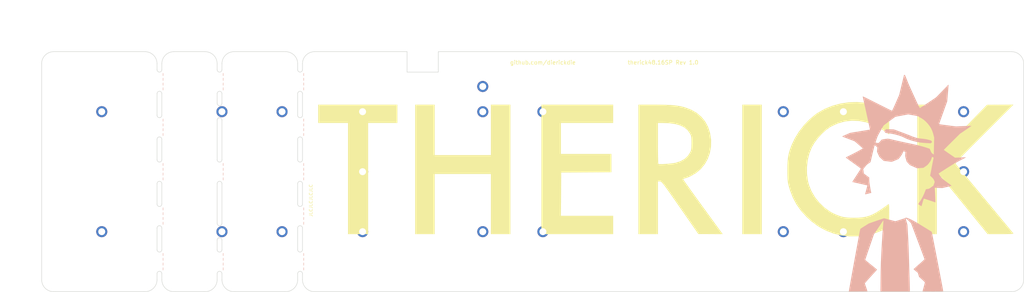
<source format=kicad_pcb>
(kicad_pcb (version 20171130) (host pcbnew "(5.1.2-1)-1")
  (layers (0 F.Cu signal) (31 B.Cu signal) (34 B.Paste user) (35 F.Paste user) (36 B.SilkS user) (37 F.SilkS user) (38 B.Mask user) (39 F.Mask user) (44 Edge.Cuts user))
  (net 0 "")
  (module random-keyboard-parts:Generic-Mounthole (layer F.Cu) (at 120.459683 59.659843)
    (fp_text reference H21)
    (fp_text value MountingHole)
    (pad 1 thru_hole circle (at 0 0) (size 3.5 3.5) (drill 2.2) (layers *.Cu *.Mask))
  )
  (module random-keyboard-parts:Generic-Mounthole (layer F.Cu) (at 120.459683 97.659743)
    (fp_text reference H20)
    (fp_text value MountingHole)
    (pad 1 thru_hole circle (at 0 0) (size 3.5 3.5) (drill 2.2) (layers *.Cu *.Mask))
  )
  (module Keeb_footprints:MX100_outline (layer F.Cu) (at 129.959991 69.16)
    (fp_text reference U56)
    (fp_text value HOLE)
  )
  (module acheron_Hardware:MouseBite_IPC7351 (layer F.Cu) (at 120.079684 78.659793 90)
    (fp_text reference U79)
    (fp_text value HOLE)
    (pad "" np_thru_hole circle (at -2.5 0 90) (size 0.8 0.8) (drill 0.8) (layers *.Cu *.Mask))
    (pad "" np_thru_hole circle (at -1.25 0 90) (size 0.8 0.8) (drill 0.8) (layers *.Cu *.Mask))
    (pad "" np_thru_hole circle (at 2.5 0 90) (size 0.8 0.8) (drill 0.8) (layers *.Cu *.Mask))
    (pad "" np_thru_hole circle (at 1.25 0 90) (size 0.8 0.8) (drill 0.8) (layers *.Cu *.Mask))
    (pad "" np_thru_hole circle (at 0 0 90) (size 0.8 0.8) (drill 0.8) (layers *.Cu *.Mask))
  )
  (module acheron_Hardware:MouseBite_IPC7351 (layer F.Cu) (at 101.079734 92.719756 90)
    (fp_text reference U78)
    (fp_text value HOLE)
    (pad "" np_thru_hole circle (at -2.5 0 90) (size 0.8 0.8) (drill 0.8) (layers *.Cu *.Mask))
    (pad "" np_thru_hole circle (at -1.25 0 90) (size 0.8 0.8) (drill 0.8) (layers *.Cu *.Mask))
    (pad "" np_thru_hole circle (at 2.5 0 90) (size 0.8 0.8) (drill 0.8) (layers *.Cu *.Mask))
    (pad "" np_thru_hole circle (at 1.25 0 90) (size 0.8 0.8) (drill 0.8) (layers *.Cu *.Mask))
    (pad "" np_thru_hole circle (at 0 0 90) (size 0.8 0.8) (drill 0.8) (layers *.Cu *.Mask))
  )
  (module acheron_Hardware:MouseBite_IPC7351 (layer F.Cu) (at 101.079734 107.159718 90)
    (fp_text reference U77)
    (fp_text value HOLE)
    (pad "" np_thru_hole circle (at -2.5 0 90) (size 0.8 0.8) (drill 0.8) (layers *.Cu *.Mask))
    (pad "" np_thru_hole circle (at -1.25 0 90) (size 0.8 0.8) (drill 0.8) (layers *.Cu *.Mask))
    (pad "" np_thru_hole circle (at 2.5 0 90) (size 0.8 0.8) (drill 0.8) (layers *.Cu *.Mask))
    (pad "" np_thru_hole circle (at 1.25 0 90) (size 0.8 0.8) (drill 0.8) (layers *.Cu *.Mask))
    (pad "" np_thru_hole circle (at 0 0 90) (size 0.8 0.8) (drill 0.8) (layers *.Cu *.Mask))
  )
  (module acheron_Hardware:MouseBite_IPC7351 (layer F.Cu) (at 101.079734 50.159868 90)
    (fp_text reference U76)
    (fp_text value HOLE)
    (pad "" np_thru_hole circle (at -2.5 0 90) (size 0.8 0.8) (drill 0.8) (layers *.Cu *.Mask))
    (pad "" np_thru_hole circle (at -1.25 0 90) (size 0.8 0.8) (drill 0.8) (layers *.Cu *.Mask))
    (pad "" np_thru_hole circle (at 2.5 0 90) (size 0.8 0.8) (drill 0.8) (layers *.Cu *.Mask))
    (pad "" np_thru_hole circle (at 1.25 0 90) (size 0.8 0.8) (drill 0.8) (layers *.Cu *.Mask))
    (pad "" np_thru_hole circle (at 0 0 90) (size 0.8 0.8) (drill 0.8) (layers *.Cu *.Mask))
  )
  (module acheron_Hardware:MouseBite_IPC7351 (layer F.Cu) (at 101.079734 78.659793 90)
    (fp_text reference U75)
    (fp_text value HOLE)
    (pad "" np_thru_hole circle (at -2.5 0 90) (size 0.8 0.8) (drill 0.8) (layers *.Cu *.Mask))
    (pad "" np_thru_hole circle (at -1.25 0 90) (size 0.8 0.8) (drill 0.8) (layers *.Cu *.Mask))
    (pad "" np_thru_hole circle (at 2.5 0 90) (size 0.8 0.8) (drill 0.8) (layers *.Cu *.Mask))
    (pad "" np_thru_hole circle (at 1.25 0 90) (size 0.8 0.8) (drill 0.8) (layers *.Cu *.Mask))
    (pad "" np_thru_hole circle (at 0 0 90) (size 0.8 0.8) (drill 0.8) (layers *.Cu *.Mask))
  )
  (module acheron_Hardware:MouseBite_IPC7351 (layer F.Cu) (at 120.079684 50.159868 90)
    (fp_text reference U74)
    (fp_text value HOLE)
    (pad "" np_thru_hole circle (at -2.5 0 90) (size 0.8 0.8) (drill 0.8) (layers *.Cu *.Mask))
    (pad "" np_thru_hole circle (at -1.25 0 90) (size 0.8 0.8) (drill 0.8) (layers *.Cu *.Mask))
    (pad "" np_thru_hole circle (at 2.5 0 90) (size 0.8 0.8) (drill 0.8) (layers *.Cu *.Mask))
    (pad "" np_thru_hole circle (at 1.25 0 90) (size 0.8 0.8) (drill 0.8) (layers *.Cu *.Mask))
    (pad "" np_thru_hole circle (at 0 0 90) (size 0.8 0.8) (drill 0.8) (layers *.Cu *.Mask))
  )
  (module acheron_Hardware:MouseBite_IPC7351 (layer F.Cu) (at 101.079734 64.59983 90)
    (fp_text reference U73)
    (fp_text value HOLE)
    (pad "" np_thru_hole circle (at -2.5 0 90) (size 0.8 0.8) (drill 0.8) (layers *.Cu *.Mask))
    (pad "" np_thru_hole circle (at -1.25 0 90) (size 0.8 0.8) (drill 0.8) (layers *.Cu *.Mask))
    (pad "" np_thru_hole circle (at 2.5 0 90) (size 0.8 0.8) (drill 0.8) (layers *.Cu *.Mask))
    (pad "" np_thru_hole circle (at 1.25 0 90) (size 0.8 0.8) (drill 0.8) (layers *.Cu *.Mask))
    (pad "" np_thru_hole circle (at 0 0 90) (size 0.8 0.8) (drill 0.8) (layers *.Cu *.Mask))
  )
  (module acheron_Hardware:MouseBite_IPC7351 (layer F.Cu) (at 120.079684 107.159718 90)
    (fp_text reference U72)
    (fp_text value HOLE)
    (pad "" np_thru_hole circle (at -2.5 0 90) (size 0.8 0.8) (drill 0.8) (layers *.Cu *.Mask))
    (pad "" np_thru_hole circle (at -1.25 0 90) (size 0.8 0.8) (drill 0.8) (layers *.Cu *.Mask))
    (pad "" np_thru_hole circle (at 2.5 0 90) (size 0.8 0.8) (drill 0.8) (layers *.Cu *.Mask))
    (pad "" np_thru_hole circle (at 1.25 0 90) (size 0.8 0.8) (drill 0.8) (layers *.Cu *.Mask))
    (pad "" np_thru_hole circle (at 0 0 90) (size 0.8 0.8) (drill 0.8) (layers *.Cu *.Mask))
  )
  (module Artwork:THERICK (layer F.Cu) (at 259.919316 78.659793)
    (fp_text reference U71 hide)
    (fp_text value HOLE hide)
  )
  (module Keeb_footprints:MX100_outline (layer F.Cu) (at 91.959991 69.16)
    (fp_text reference U54)
    (fp_text value HOLE)
  )
  (module Keeb_footprints:MX100_outline (layer F.Cu) (at 72.959991 69.16)
    (fp_text reference U53)
    (fp_text value HOLE)
  )
  (module Keeb_footprints:MX100_outline (layer F.Cu) (at 129.959991 50.16)
    (fp_text reference U52)
    (fp_text value HOLE)
  )
  (module Keeb_footprints:MX100_outline (layer F.Cu) (at 110.959991 50.16)
    (fp_text reference U51)
    (fp_text value HOLE)
  )
  (module Keeb_footprints:MX100_outline (layer F.Cu) (at 91.959991 50.16)
    (fp_text reference U50)
    (fp_text value HOLE)
  )
  (module Keeb_footprints:MX100_outline (layer F.Cu) (at 72.959991 50.16)
    (fp_text reference U49)
    (fp_text value HOLE)
  )
  (module Keeb_footprints:MX100_outline (layer F.Cu) (at 110.959991 107.16)
    (fp_text reference U63)
    (fp_text value HOLE)
  )
  (module Keeb_footprints:MX100_outline (layer F.Cu) (at 91.959991 107.16)
    (fp_text reference U62)
    (fp_text value HOLE)
  )
  (module Keeb_footprints:MX100_outline (layer F.Cu) (at 91.959991 88.16)
    (fp_text reference U58)
    (fp_text value HOLE)
  )
  (module Keeb_footprints:MX100_outline (layer F.Cu) (at 72.959991 88.16)
    (fp_text reference U57)
    (fp_text value HOLE)
  )
  (module Keeb_footprints:MX100_outline (layer F.Cu) (at 110.959991 69.16)
    (fp_text reference U55)
    (fp_text value HOLE)
  )
  (module Keeb_footprints:MX100_outline (layer F.Cu) (at 129.959991 107.16)
    (fp_text reference U64)
    (fp_text value HOLE)
  )
  (module random-keyboard-parts:Generic-Mounthole (layer F.Cu) (at 139.459633 59.659843)
    (fp_text reference H10)
    (fp_text value MountingHole)
    (pad 1 thru_hole circle (at 0 0) (size 3.5 3.5) (drill 2.2) (layers *.Cu *.Mask))
  )
  (module random-keyboard-parts:Generic-Mounthole (layer F.Cu) (at 139.459633 97.659743)
    (fp_text reference H9)
    (fp_text value MountingHole)
    (pad 1 thru_hole circle (at 0 0) (size 3.5 3.5) (drill 2.2) (layers *.Cu *.Mask))
  )
  (module random-keyboard-parts:Generic-Mounthole (layer F.Cu) (at 82.459991 97.66)
    (fp_text reference H8)
    (fp_text value MountingHole)
    (pad 1 thru_hole circle (at 0 0) (size 3.5 3.5) (drill 2.2) (layers *.Cu *.Mask))
  )
  (module random-keyboard-parts:Generic-Mounthole (layer F.Cu) (at 82.459991 59.66)
    (fp_text reference H7)
    (fp_text value MountingHole)
    (pad 1 thru_hole circle (at 0 0) (size 3.5 3.5) (drill 2.2) (layers *.Cu *.Mask))
  )
  (module Keeb_footprints:MX100_outline (layer F.Cu) (at 72.959991 107.16)
    (fp_text reference U61)
    (fp_text value HOLE)
  )
  (module Keeb_footprints:MX100_outline (layer F.Cu) (at 129.959991 88.16)
    (fp_text reference U60)
    (fp_text value HOLE)
  )
  (module Keeb_footprints:MX100_outline (layer F.Cu) (at 110.959991 88.16)
    (fp_text reference U59)
    (fp_text value HOLE)
  )
  (module random-keyboard-parts:Generic-Mounthole (layer F.Cu) (at 202.9073 51.68)
    (fp_text reference H19)
    (fp_text value MountingHole)
    (pad 1 thru_hole circle (at 0 0) (size 3.5 3.5) (drill 2.2) (layers *.Cu *.Mask))
  )
  (module random-keyboard-parts:Generic-Mounthole (layer F.Cu) (at 354.92 97.66)
    (fp_text reference H18)
    (fp_text value MountingHole)
    (pad 1 thru_hole circle (at 0 0) (size 3.5 3.5) (drill 2.2) (layers *.Cu *.Mask))
  )
  (module random-keyboard-parts:Generic-Mounthole (layer F.Cu) (at 354.92 59.66)
    (fp_text reference H17)
    (fp_text value MountingHole)
    (pad 1 thru_hole circle (at 0 0) (size 3.5 3.5) (drill 2.2) (layers *.Cu *.Mask))
  )
  (module random-keyboard-parts:Generic-Mounthole (layer F.Cu) (at 297.92 97.66)
    (fp_text reference H16)
    (fp_text value MountingHole)
    (pad 1 thru_hole circle (at 0 0) (size 3.5 3.5) (drill 2.2) (layers *.Cu *.Mask))
  )
  (module random-keyboard-parts:Generic-Mounthole (layer F.Cu) (at 297.92 59.66)
    (fp_text reference H15)
    (fp_text value MountingHole)
    (pad 1 thru_hole circle (at 0 0) (size 3.5 3.5) (drill 2.2) (layers *.Cu *.Mask))
  )
  (module random-keyboard-parts:Generic-Mounthole (layer F.Cu) (at 221.92 97.66)
    (fp_text reference H14)
    (fp_text value MountingHole)
    (pad 1 thru_hole circle (at 0 0) (size 3.5 3.5) (drill 2.2) (layers *.Cu *.Mask))
  )
  (module random-keyboard-parts:Generic-Mounthole (layer F.Cu) (at 221.92 59.66)
    (fp_text reference H13)
    (fp_text value MountingHole)
    (pad 1 thru_hole circle (at 0 0) (size 3.5 3.5) (drill 2.2) (layers *.Cu *.Mask))
  )
  (module random-keyboard-parts:Generic-Mounthole (layer F.Cu) (at 164.92 59.66)
    (fp_text reference H12)
    (fp_text value MountingHole)
    (pad 1 thru_hole circle (at 0 0) (size 3.5 3.5) (drill 2.2) (layers *.Cu *.Mask))
  )
  (module random-keyboard-parts:Generic-Mounthole (layer F.Cu) (at 164.92 97.66)
    (fp_text reference H11)
    (fp_text value MountingHole)
    (pad 1 thru_hole circle (at 0 0) (size 3.5 3.5) (drill 2.2) (layers *.Cu *.Mask))
  )
  (module Keeb_footprints:MX100_outline (layer F.Cu) (at 364.42 107.16)
    (fp_text reference U48)
    (fp_text value HOLE)
  )
  (module Keeb_footprints:MX100_outline (layer F.Cu) (at 345.42 107.16)
    (fp_text reference U47)
    (fp_text value HOLE)
  )
  (module Keeb_footprints:MX100_outline (layer F.Cu) (at 326.42 107.16)
    (fp_text reference U46)
    (fp_text value HOLE)
  )
  (module Keeb_footprints:MX100_outline (layer F.Cu) (at 307.42 107.16)
    (fp_text reference U45)
    (fp_text value HOLE)
  )
  (module Keeb_footprints:MX100_outline (layer F.Cu) (at 288.42 107.16)
    (fp_text reference U44)
    (fp_text value HOLE)
  )
  (module Keeb_footprints:MX100_outline (layer F.Cu) (at 269.42 107.16)
    (fp_text reference U43)
    (fp_text value HOLE)
  )
  (module Keeb_footprints:MX100_outline (layer F.Cu) (at 250.42 107.16)
    (fp_text reference U42)
    (fp_text value HOLE)
  )
  (module Keeb_footprints:MX100_outline (layer F.Cu) (at 231.42 107.16)
    (fp_text reference U41)
    (fp_text value HOLE)
  )
  (module Keeb_footprints:MX100_outline (layer F.Cu) (at 212.42 107.16)
    (fp_text reference U40)
    (fp_text value HOLE)
  )
  (module Keeb_footprints:MX100_outline (layer F.Cu) (at 193.42 107.16)
    (fp_text reference U39)
    (fp_text value HOLE)
  )
  (module Keeb_footprints:MX100_outline (layer F.Cu) (at 174.42 107.16)
    (fp_text reference U38)
    (fp_text value HOLE)
  )
  (module Keeb_footprints:MX100_outline (layer F.Cu) (at 155.42 107.16)
    (fp_text reference U37)
    (fp_text value HOLE)
  )
  (module Keeb_footprints:MX100_outline (layer F.Cu) (at 364.42 88.16)
    (fp_text reference U36)
    (fp_text value HOLE)
  )
  (module Keeb_footprints:MX100_outline (layer F.Cu) (at 345.42 88.16)
    (fp_text reference U35)
    (fp_text value HOLE)
  )
  (module Keeb_footprints:MX100_outline (layer F.Cu) (at 326.42 88.16)
    (fp_text reference U34)
    (fp_text value HOLE)
  )
  (module Keeb_footprints:MX100_outline (layer F.Cu) (at 307.42 88.16)
    (fp_text reference U33)
    (fp_text value HOLE)
  )
  (module Keeb_footprints:MX100_outline (layer F.Cu) (at 288.42 88.16)
    (fp_text reference U32)
    (fp_text value HOLE)
  )
  (module Keeb_footprints:MX100_outline (layer F.Cu) (at 269.42 88.16)
    (fp_text reference U31)
    (fp_text value HOLE)
  )
  (module Keeb_footprints:MX100_outline (layer F.Cu) (at 250.42 88.16)
    (fp_text reference U30)
    (fp_text value HOLE)
  )
  (module Keeb_footprints:MX100_outline (layer F.Cu) (at 231.42 88.16)
    (fp_text reference U29)
    (fp_text value HOLE)
  )
  (module Keeb_footprints:MX100_outline (layer F.Cu) (at 212.42 88.16)
    (fp_text reference U28)
    (fp_text value HOLE)
  )
  (module Keeb_footprints:MX100_outline (layer F.Cu) (at 193.42 88.16)
    (fp_text reference U27)
    (fp_text value HOLE)
  )
  (module Keeb_footprints:MX100_outline (layer F.Cu) (at 174.42 88.16)
    (fp_text reference U26)
    (fp_text value HOLE)
  )
  (module Keeb_footprints:MX100_outline (layer F.Cu) (at 155.42 88.16)
    (fp_text reference U25)
    (fp_text value HOLE)
  )
  (module Keeb_footprints:MX100_outline (layer F.Cu) (at 364.42 69.16)
    (fp_text reference U24)
    (fp_text value HOLE)
  )
  (module Keeb_footprints:MX100_outline (layer F.Cu) (at 345.42 69.16)
    (fp_text reference U23)
    (fp_text value HOLE)
  )
  (module Keeb_footprints:MX100_outline (layer F.Cu) (at 326.42 69.16)
    (fp_text reference U22)
    (fp_text value HOLE)
  )
  (module Keeb_footprints:MX100_outline (layer F.Cu) (at 307.42 69.16)
    (fp_text reference U21)
    (fp_text value HOLE)
  )
  (module Keeb_footprints:MX100_outline (layer F.Cu) (at 288.42 69.16)
    (fp_text reference U20)
    (fp_text value HOLE)
  )
  (module Keeb_footprints:MX100_outline (layer F.Cu) (at 269.42 69.16)
    (fp_text reference U19)
    (fp_text value HOLE)
  )
  (module Keeb_footprints:MX100_outline (layer F.Cu) (at 250.42 69.16)
    (fp_text reference U18)
    (fp_text value HOLE)
  )
  (module Keeb_footprints:MX100_outline (layer F.Cu) (at 231.42 69.16)
    (fp_text reference U17)
    (fp_text value HOLE)
  )
  (module Keeb_footprints:MX100_outline (layer F.Cu) (at 212.42 69.16)
    (fp_text reference U16)
    (fp_text value HOLE)
  )
  (module Keeb_footprints:MX100_outline (layer F.Cu) (at 193.42 69.16)
    (fp_text reference U15)
    (fp_text value HOLE)
  )
  (module Keeb_footprints:MX100_outline (layer F.Cu) (at 174.42 69.16)
    (fp_text reference U14)
    (fp_text value HOLE)
  )
  (module Keeb_footprints:MX100_outline (layer F.Cu) (at 155.42 69.16)
    (fp_text reference U13)
    (fp_text value HOLE)
  )
  (module Keeb_footprints:MX100_outline (layer F.Cu) (at 364.42 50.16)
    (fp_text reference U12)
    (fp_text value HOLE)
  )
  (module Keeb_footprints:MX100_outline (layer F.Cu) (at 345.42 50.16)
    (fp_text reference U11)
    (fp_text value HOLE)
  )
  (module Keeb_footprints:MX100_outline (layer F.Cu) (at 326.42 50.16)
    (fp_text reference U10)
    (fp_text value HOLE)
  )
  (module Keeb_footprints:MX100_outline (layer F.Cu) (at 307.42 50.16)
    (fp_text reference U9)
    (fp_text value HOLE)
  )
  (module Keeb_footprints:MX100_outline (layer F.Cu) (at 288.42 50.16)
    (fp_text reference U8)
    (fp_text value HOLE)
  )
  (module Keeb_footprints:MX100_outline (layer F.Cu) (at 269.42 50.16)
    (fp_text reference U7)
    (fp_text value HOLE)
  )
  (module Keeb_footprints:MX100_outline (layer F.Cu) (at 250.42 50.16)
    (fp_text reference U6)
    (fp_text value HOLE)
  )
  (module Keeb_footprints:MX100_outline (layer F.Cu) (at 231.42 50.16)
    (fp_text reference U5)
    (fp_text value HOLE)
  )
  (module Keeb_footprints:MX100_outline (layer F.Cu) (at 212.42 50.16)
    (fp_text reference U4)
    (fp_text value HOLE)
  )
  (module Keeb_footprints:MX100_outline (layer F.Cu) (at 193.42 50.16)
    (fp_text reference U3)
    (fp_text value HOLE)
  )
  (module Keeb_footprints:MX100_outline (layer F.Cu) (at 174.42 50.16)
    (fp_text reference U2)
    (fp_text value HOLE)
  )
  (module Keeb_footprints:MX100_outline (layer F.Cu) (at 155.42 50.16)
    (fp_text reference U1)
    (fp_text value HOLE)
  )
  (module acheron_Hardware:MouseBite_IPC7351 (layer F.Cu) (at 145.539617 50.159868 90)
    (fp_text reference U70)
    (fp_text value HOLE)
    (pad "" np_thru_hole circle (at -2.5 0 90) (size 0.8 0.8) (drill 0.8) (layers *.Cu *.Mask))
    (pad "" np_thru_hole circle (at -1.25 0 90) (size 0.8 0.8) (drill 0.8) (layers *.Cu *.Mask))
    (pad "" np_thru_hole circle (at 2.5 0 90) (size 0.8 0.8) (drill 0.8) (layers *.Cu *.Mask))
    (pad "" np_thru_hole circle (at 1.25 0 90) (size 0.8 0.8) (drill 0.8) (layers *.Cu *.Mask))
    (pad "" np_thru_hole circle (at 0 0 90) (size 0.8 0.8) (drill 0.8) (layers *.Cu *.Mask))
  )
  (module acheron_Hardware:MouseBite_IPC7351 (layer F.Cu) (at 145.539617 64.59983 90)
    (fp_text reference U69)
    (fp_text value HOLE)
    (pad "" np_thru_hole circle (at -2.5 0 90) (size 0.8 0.8) (drill 0.8) (layers *.Cu *.Mask))
    (pad "" np_thru_hole circle (at -1.25 0 90) (size 0.8 0.8) (drill 0.8) (layers *.Cu *.Mask))
    (pad "" np_thru_hole circle (at 2.5 0 90) (size 0.8 0.8) (drill 0.8) (layers *.Cu *.Mask))
    (pad "" np_thru_hole circle (at 1.25 0 90) (size 0.8 0.8) (drill 0.8) (layers *.Cu *.Mask))
    (pad "" np_thru_hole circle (at 0 0 90) (size 0.8 0.8) (drill 0.8) (layers *.Cu *.Mask))
  )
  (module acheron_Hardware:MouseBite_IPC7351 (layer F.Cu) (at 145.539617 78.659793 90)
    (fp_text reference U68)
    (fp_text value HOLE)
    (pad "" np_thru_hole circle (at -2.5 0 90) (size 0.8 0.8) (drill 0.8) (layers *.Cu *.Mask))
    (pad "" np_thru_hole circle (at -1.25 0 90) (size 0.8 0.8) (drill 0.8) (layers *.Cu *.Mask))
    (pad "" np_thru_hole circle (at 2.5 0 90) (size 0.8 0.8) (drill 0.8) (layers *.Cu *.Mask))
    (pad "" np_thru_hole circle (at 1.25 0 90) (size 0.8 0.8) (drill 0.8) (layers *.Cu *.Mask))
    (pad "" np_thru_hole circle (at 0 0 90) (size 0.8 0.8) (drill 0.8) (layers *.Cu *.Mask))
  )
  (module acheron_Hardware:MouseBite_IPC7351 (layer F.Cu) (at 145.539617 92.719756 90)
    (fp_text reference U67)
    (fp_text value HOLE)
    (pad "" np_thru_hole circle (at -2.5 0 90) (size 0.8 0.8) (drill 0.8) (layers *.Cu *.Mask))
    (pad "" np_thru_hole circle (at -1.25 0 90) (size 0.8 0.8) (drill 0.8) (layers *.Cu *.Mask))
    (pad "" np_thru_hole circle (at 2.5 0 90) (size 0.8 0.8) (drill 0.8) (layers *.Cu *.Mask))
    (pad "" np_thru_hole circle (at 1.25 0 90) (size 0.8 0.8) (drill 0.8) (layers *.Cu *.Mask))
    (pad "" np_thru_hole circle (at 0 0 90) (size 0.8 0.8) (drill 0.8) (layers *.Cu *.Mask))
  )
  (module acheron_Hardware:MouseBite_IPC7351 (layer F.Cu) (at 145.539617 107.159718 90)
    (fp_text reference U66)
    (fp_text value HOLE)
    (pad "" np_thru_hole circle (at -2.5 0 90) (size 0.8 0.8) (drill 0.8) (layers *.Cu *.Mask))
    (pad "" np_thru_hole circle (at -1.25 0 90) (size 0.8 0.8) (drill 0.8) (layers *.Cu *.Mask))
    (pad "" np_thru_hole circle (at 2.5 0 90) (size 0.8 0.8) (drill 0.8) (layers *.Cu *.Mask))
    (pad "" np_thru_hole circle (at 1.25 0 90) (size 0.8 0.8) (drill 0.8) (layers *.Cu *.Mask))
    (pad "" np_thru_hole circle (at 0 0 90) (size 0.8 0.8) (drill 0.8) (layers *.Cu *.Mask))
  )
  (module Artwork:rick_large (layer B.Cu) (at 337.16625 82.296875 180)
    (fp_text reference U65 hide)
    (fp_text value HOLE hide)
  )
  (module random-keyboard-parts:Generic-Mounthole (layer F.Cu) (at 354.92 78.66)
    (fp_text reference H6)
    (fp_text value MountingHole)
    (pad 1 thru_hole circle (at 0 0) (size 3.5 3.5) (drill 2.2) (layers *.Cu *.Mask))
  )
  (module random-keyboard-parts:Generic-Mounthole (layer F.Cu) (at 316.92 97.66)
    (fp_text reference H5)
    (fp_text value MountingHole)
    (pad 1 thru_hole circle (at 0 0) (size 3.5 3.5) (drill 2.2) (layers *.Cu *.Mask))
  )
  (module random-keyboard-parts:Generic-Mounthole (layer F.Cu) (at 316.92 59.66)
    (fp_text reference H4)
    (fp_text value MountingHole)
    (pad 1 thru_hole circle (at 0 0) (size 3.5 3.5) (drill 2.2) (layers *.Cu *.Mask))
  )
  (module random-keyboard-parts:Generic-Mounthole (layer F.Cu) (at 202.92 97.66)
    (fp_text reference H3)
    (fp_text value MountingHole)
    (pad 1 thru_hole circle (at 0 0) (size 3.5 3.5) (drill 2.2) (layers *.Cu *.Mask))
  )
  (module random-keyboard-parts:Generic-Mounthole (layer F.Cu) (at 202.92 59.675)
    (fp_text reference H2)
    (fp_text value MountingHole)
    (pad 1 thru_hole circle (at 0 0) (size 3.5 3.5) (drill 2.2) (layers *.Cu *.Mask))
  )
  (module random-keyboard-parts:Generic-Mounthole (layer F.Cu) (at 164.92 78.66)
    (fp_text reference H1)
    (fp_text value MountingHole)
    (pad 1 thru_hole circle (at 0 0) (size 3.5 3.5) (drill 2.2) (layers *.Cu *.Mask))
  )
  (gr_line (start 101.839732 109.059725) (end 101.839732 109.819725) (layer B.SilkS) (width 0.15))
  (gr_line (start 101.839732 104.499725) (end 101.839732 105.259725) (layer B.SilkS) (width 0.15))
  (gr_line (start 101.839732 106.019725) (end 101.839732 106.779725) (layer B.SilkS) (width 0.15))
  (gr_line (start 101.839732 107.539725) (end 101.839732 108.299725) (layer B.SilkS) (width 0.15))
  (gr_line (start 101.839732 94.619763) (end 101.839732 95.379763) (layer B.SilkS) (width 0.15))
  (gr_line (start 101.839732 90.059763) (end 101.839732 90.819763) (layer B.SilkS) (width 0.15))
  (gr_line (start 101.839732 91.579763) (end 101.839732 92.339763) (layer B.SilkS) (width 0.15))
  (gr_line (start 101.839732 93.099763) (end 101.839732 93.859763) (layer B.SilkS) (width 0.15))
  (gr_line (start 101.839732 80.5598) (end 101.839732 81.3198) (layer B.SilkS) (width 0.15))
  (gr_line (start 101.839732 75.9998) (end 101.839732 76.7598) (layer B.SilkS) (width 0.15))
  (gr_line (start 101.839732 77.5198) (end 101.839732 78.2798) (layer B.SilkS) (width 0.15))
  (gr_line (start 101.839732 79.0398) (end 101.839732 79.7998) (layer B.SilkS) (width 0.15))
  (gr_line (start 101.839732 66.499837) (end 101.839732 67.259837) (layer B.SilkS) (width 0.15))
  (gr_line (start 101.839732 61.939837) (end 101.839732 62.699837) (layer B.SilkS) (width 0.15))
  (gr_line (start 101.839732 63.459837) (end 101.839732 64.219837) (layer B.SilkS) (width 0.15))
  (gr_line (start 101.839732 64.979837) (end 101.839732 65.739837) (layer B.SilkS) (width 0.15))
  (gr_line (start 101.839732 52.059875) (end 101.839732 52.819875) (layer B.SilkS) (width 0.15))
  (gr_line (start 101.839732 47.499875) (end 101.839732 48.259875) (layer B.SilkS) (width 0.15))
  (gr_line (start 101.839732 49.019875) (end 101.839732 49.779875) (layer B.SilkS) (width 0.15))
  (gr_line (start 101.839732 50.539875) (end 101.839732 51.299875) (layer B.SilkS) (width 0.15))
  (gr_line (start 120.839682 52.059875) (end 120.839682 52.819875) (layer B.SilkS) (width 0.15))
  (gr_line (start 120.839682 47.499875) (end 120.839682 48.259875) (layer B.SilkS) (width 0.15))
  (gr_line (start 120.839682 49.019875) (end 120.839682 49.779875) (layer B.SilkS) (width 0.15))
  (gr_line (start 120.839682 50.539875) (end 120.839682 51.299875) (layer B.SilkS) (width 0.15))
  (gr_line (start 120.839682 80.5598) (end 120.839682 81.3198) (layer B.SilkS) (width 0.15))
  (gr_line (start 120.839682 75.9998) (end 120.839682 76.7598) (layer B.SilkS) (width 0.15))
  (gr_line (start 120.839682 77.5198) (end 120.839682 78.2798) (layer B.SilkS) (width 0.15))
  (gr_line (start 120.839682 79.0398) (end 120.839682 79.7998) (layer B.SilkS) (width 0.15))
  (gr_line (start 146.299615 66.499837) (end 146.299615 67.259837) (layer B.SilkS) (width 0.15))
  (gr_line (start 146.299615 61.939837) (end 146.299615 62.699837) (layer B.SilkS) (width 0.15))
  (gr_line (start 146.299615 63.459837) (end 146.299615 64.219837) (layer B.SilkS) (width 0.15))
  (gr_line (start 146.299615 64.979837) (end 146.299615 65.739837) (layer B.SilkS) (width 0.15))
  (gr_line (start 124.259683 40.659883) (end 140.599615 40.659744) (layer Edge.Cuts) (width 0.15))
  (gr_line (start 105.259733 40.659883) (end 115.139298 40.659627) (layer Edge.Cuts) (width 0.15))
  (gr_line (start 67.259823 40.659893) (end 96.139348 40.659627) (layer Edge.Cuts) (width 0.15))
  (gr_line (start 96.139737 116.659703) (end 67.259991 116.66) (layer Edge.Cuts) (width 0.15))
  (gr_line (start 115.139687 116.659703) (end 105.260122 116.659959) (layer Edge.Cuts) (width 0.15))
  (gr_line (start 124.260072 116.659959) (end 140.59962 116.659703) (layer Edge.Cuts) (width 0.15))
  (gr_line (start 120.839682 109.059725) (end 120.839682 109.819725) (layer B.SilkS) (width 0.15))
  (gr_line (start 120.839682 104.499725) (end 120.839682 105.259725) (layer B.SilkS) (width 0.15))
  (gr_line (start 120.839682 106.019725) (end 120.839682 106.779725) (layer B.SilkS) (width 0.15))
  (gr_line (start 120.839682 107.539725) (end 120.839682 108.299725) (layer B.SilkS) (width 0.15))
  (gr_arc (start 100.699735 96.519762) (end 101.459732 96.519747) (angle -179.9987938) (layer Edge.Cuts) (width 0.15))
  (gr_arc (start 100.699351 103.359728) (end 99.939354 103.359743) (angle -179.9987938) (layer Edge.Cuts) (width 0.15))
  (gr_line (start 99.939353 96.519491) (end 99.939354 103.359743) (layer Edge.Cuts) (width 0.15))
  (gr_line (start 101.459733 96.519746) (end 101.459733 103.359728) (layer Edge.Cuts) (width 0.15))
  (gr_arc (start 119.699684 100.319737) (end 120.459681 100.319722) (angle -179.9987938) (layer Edge.Cuts) (width 0.15))
  (gr_arc (start 119.699301 103.359473) (end 118.939304 103.359488) (angle -179.9987938) (layer Edge.Cuts) (width 0.15))
  (gr_line (start 118.939687 100.319736) (end 118.939303 103.359489) (layer Edge.Cuts) (width 0.15))
  (gr_line (start 120.459683 100.319736) (end 120.459683 103.359744) (layer Edge.Cuts) (width 0.15))
  (gr_arc (start 100.699736 82.459798) (end 101.459733 82.459783) (angle -179.9987938) (layer Edge.Cuts) (width 0.15))
  (gr_line (start 101.459734 82.45976) (end 101.459349 88.919767) (layer Edge.Cuts) (width 0.15))
  (gr_line (start 99.939354 82.459527) (end 99.939354 88.919766) (layer Edge.Cuts) (width 0.15))
  (gr_arc (start 100.699352 88.919766) (end 99.939355 88.919781) (angle -179.9987938) (layer Edge.Cuts) (width 0.15))
  (gr_arc (start 119.699685 82.459783) (end 120.459682 82.459768) (angle -179.9987938) (layer Edge.Cuts) (width 0.15))
  (gr_line (start 120.459683 82.459783) (end 120.459299 94.999751) (layer Edge.Cuts) (width 0.15))
  (gr_line (start 118.939304 82.459783) (end 118.939305 94.999765) (layer Edge.Cuts) (width 0.15))
  (gr_arc (start 119.699302 94.99975) (end 118.939305 94.999765) (angle -179.9987938) (layer Edge.Cuts) (width 0.15))
  (gr_arc (start 100.699736 68.399835) (end 101.459733 68.39982) (angle -179.9987938) (layer Edge.Cuts) (width 0.15))
  (gr_arc (start 100.698968 74.859788) (end 99.938971 74.859803) (angle -179.9987938) (layer Edge.Cuts) (width 0.15))
  (gr_line (start 99.938971 68.399293) (end 99.938971 74.859803) (layer Edge.Cuts) (width 0.15))
  (gr_line (start 101.459734 68.399745) (end 101.458965 74.859789) (layer Edge.Cuts) (width 0.15))
  (gr_arc (start 119.699686 62.319851) (end 120.459683 62.319836) (angle -179.9987938) (layer Edge.Cuts) (width 0.15))
  (gr_arc (start 119.698918 74.859803) (end 118.938921 74.859818) (angle -179.9987938) (layer Edge.Cuts) (width 0.15))
  (gr_line (start 118.939689 62.31985) (end 118.938921 74.859803) (layer Edge.Cuts) (width 0.15))
  (gr_line (start 120.459683 62.319836) (end 120.458915 74.859804) (layer Edge.Cuts) (width 0.15))
  (gr_arc (start 100.699736 53.959857) (end 101.459733 53.959842) (angle -179.9987938) (layer Edge.Cuts) (width 0.15))
  (gr_arc (start 100.699351 60.799825) (end 99.939354 60.79984) (angle -179.9987938) (layer Edge.Cuts) (width 0.15))
  (gr_line (start 99.939354 53.959586) (end 99.939354 60.79984) (layer Edge.Cuts) (width 0.15))
  (gr_line (start 101.459733 53.959842) (end 101.459348 60.799826) (layer Edge.Cuts) (width 0.15))
  (gr_arc (start 119.699686 53.959873) (end 120.459683 53.959858) (angle -179.9987938) (layer Edge.Cuts) (width 0.15))
  (gr_arc (start 119.699301 56.999849) (end 118.939304 56.999864) (angle -179.9987938) (layer Edge.Cuts) (width 0.15))
  (gr_line (start 118.939304 53.959858) (end 118.939304 56.999864) (layer Edge.Cuts) (width 0.15))
  (gr_line (start 120.459298 53.959858) (end 120.459298 56.99985) (layer Edge.Cuts) (width 0.15))
  (gr_arc (start 145.159617 88.919751) (end 144.39962 88.919766) (angle -179.9987938) (layer Edge.Cuts) (width 0.15))
  (gr_arc (start 119.700453 110.960096) (end 120.46045 110.960081) (angle -179.9987938) (layer Edge.Cuts) (width 0.15))
  (gr_line (start 118.939687 112.859703) (end 118.939687 110.959704) (layer Edge.Cuts) (width 0.15))
  (gr_line (start 120.459683 112.859703) (end 120.460072 110.95996) (layer Edge.Cuts) (width 0.15))
  (gr_arc (start 115.139687 112.859703) (end 115.139687 116.659703) (angle -90) (layer Edge.Cuts) (width 0.15))
  (gr_arc (start 124.260072 112.859959) (end 120.460072 112.859959) (angle -90) (layer Edge.Cuts) (width 0.15))
  (gr_arc (start 100.700503 110.960096) (end 101.4605 110.960081) (angle -179.9987938) (layer Edge.Cuts) (width 0.15))
  (gr_line (start 99.939737 112.859703) (end 99.939737 110.959704) (layer Edge.Cuts) (width 0.15))
  (gr_line (start 101.459733 112.859703) (end 101.460122 110.95996) (layer Edge.Cuts) (width 0.15))
  (gr_arc (start 96.139737 112.859703) (end 96.139737 116.659703) (angle -90) (layer Edge.Cuts) (width 0.15))
  (gr_arc (start 105.260122 112.859959) (end 101.460122 112.859959) (angle -90) (layer Edge.Cuts) (width 0.15))
  (gr_arc (start 100.698967 46.35949) (end 99.93897 46.359505) (angle -179.9987938) (layer Edge.Cuts) (width 0.15))
  (gr_line (start 101.459733 44.459883) (end 101.459733 46.359882) (layer Edge.Cuts) (width 0.15))
  (gr_line (start 99.939737 44.459883) (end 99.939348 46.359626) (layer Edge.Cuts) (width 0.15))
  (gr_arc (start 105.259733 44.459883) (end 105.259733 40.659883) (angle -90) (layer Edge.Cuts) (width 0.15))
  (gr_arc (start 96.139348 44.459627) (end 99.939348 44.459627) (angle -90) (layer Edge.Cuts) (width 0.15))
  (gr_arc (start 119.698917 46.359878) (end 118.93892 46.359893) (angle -179.9987938) (layer Edge.Cuts) (width 0.15))
  (gr_line (start 120.459683 44.459883) (end 120.458914 46.359879) (layer Edge.Cuts) (width 0.15))
  (gr_line (start 118.939298 44.459627) (end 118.939687 46.359878) (layer Edge.Cuts) (width 0.15))
  (gr_arc (start 124.259683 44.459883) (end 124.259683 40.659883) (angle -90) (layer Edge.Cuts) (width 0.15))
  (gr_arc (start 115.139298 44.459627) (end 118.939298 44.459627) (angle -90) (layer Edge.Cuts) (width 0.15))
  (gr_arc (start 145.159234 46.359878) (end 144.399237 46.359893) (angle -179.9987938) (layer Edge.Cuts) (width 0.15))
  (gr_arc (start 145.159618 53.959858) (end 145.919615 53.959843) (angle -179.9987938) (layer Edge.Cuts) (width 0.15))
  (gr_arc (start 145.159618 60.79984) (end 144.399621 60.799855) (angle -179.9987938) (layer Edge.Cuts) (width 0.15))
  (gr_arc (start 145.160002 68.400091) (end 145.919999 68.400076) (angle -179.9987938) (layer Edge.Cuts) (width 0.15))
  (gr_arc (start 145.159234 74.859788) (end 144.399237 74.859803) (angle -179.9987938) (layer Edge.Cuts) (width 0.15))
  (gr_arc (start 145.160002 82.460039) (end 145.919999 82.460024) (angle -179.9987938) (layer Edge.Cuts) (width 0.15))
  (gr_arc (start 145.159618 96.519746) (end 145.919615 96.519731) (angle -179.9987938) (layer Edge.Cuts) (width 0.15))
  (gr_arc (start 145.159618 110.959708) (end 145.919615 110.959693) (angle -179.9987938) (layer Edge.Cuts) (width 0.15))
  (gr_arc (start 145.159618 103.359728) (end 144.399621 103.359743) (angle -179.9987938) (layer Edge.Cuts) (width 0.15))
  (gr_text github.com/dierickdie (at 221.919416 44.079884) (layer F.SilkS) (effects (font (size 1.25 1.25) (thickness 0.2))))
  (gr_arc (start 67.259991 112.86) (end 63.459991 112.86) (angle -90) (layer Edge.Cuts) (width 0.15))
  (gr_arc (start 67.259991 44.46) (end 67.259991 40.66) (angle -90) (layer Edge.Cuts) (width 0.15))
  (gr_line (start 63.459991 112.86) (end 63.459991 44.46) (layer Edge.Cuts) (width 0.15))
  (gr_text "therick48.16SP Rev 1.0" (at 259.919316 44.079884) (layer F.SilkS) (effects (font (size 1.25 1.25) (thickness 0.2))))
  (gr_line (start 146.299996 109.06) (end 146.299996 109.82) (layer B.SilkS) (width 0.15))
  (gr_line (start 146.299996 107.54) (end 146.299996 108.3) (layer B.SilkS) (width 0.15))
  (gr_line (start 146.299996 106.02) (end 146.299996 106.78) (layer B.SilkS) (width 0.15))
  (gr_line (start 146.299996 104.5) (end 146.299996 105.26) (layer B.SilkS) (width 0.15))
  (gr_line (start 146.299996 94.62) (end 146.299996 95.38) (layer B.SilkS) (width 0.15))
  (gr_line (start 146.299996 93.1) (end 146.299996 93.86) (layer B.SilkS) (width 0.15))
  (gr_line (start 146.299996 91.58) (end 146.299996 92.34) (layer B.SilkS) (width 0.15))
  (gr_line (start 146.299996 90.06) (end 146.299996 90.82) (layer B.SilkS) (width 0.15))
  (gr_line (start 146.299996 80.56) (end 146.299996 81.32) (layer B.SilkS) (width 0.15))
  (gr_line (start 146.299996 79.04) (end 146.299996 79.8) (layer B.SilkS) (width 0.15))
  (gr_line (start 146.299996 77.52) (end 146.299996 78.28) (layer B.SilkS) (width 0.15))
  (gr_line (start 146.299996 76) (end 146.299996 76.76) (layer B.SilkS) (width 0.15))
  (gr_line (start 146.299996 52.06) (end 146.299996 52.82) (layer B.SilkS) (width 0.15))
  (gr_line (start 146.299996 50.54) (end 146.299996 51.3) (layer B.SilkS) (width 0.15))
  (gr_line (start 146.299996 49.02) (end 146.299996 49.78) (layer B.SilkS) (width 0.15))
  (gr_line (start 146.299996 47.5) (end 146.299996 48.26) (layer B.SilkS) (width 0.15))
  (gr_line (start 145.92 68.400001) (end 145.919231 74.859789) (layer Edge.Cuts) (width 0.15))
  (gr_line (start 144.399237 68.399549) (end 144.399237 74.859803) (layer Edge.Cuts) (width 0.15))
  (gr_line (start 145.919616 53.959858) (end 145.92 60.79984) (layer Edge.Cuts) (width 0.15))
  (gr_line (start 144.39962 53.959858) (end 144.39962 60.79984) (layer Edge.Cuts) (width 0.15))
  (gr_line (start 144.399615 44.459744) (end 144.399237 46.359893) (layer Edge.Cuts) (width 0.15))
  (gr_line (start 145.92 44.46) (end 145.919231 46.359879) (layer Edge.Cuts) (width 0.15))
  (gr_line (start 145.92 96.519746) (end 145.919615 103.359729) (layer Edge.Cuts) (width 0.15))
  (gr_line (start 144.39962 96.519746) (end 144.39962 103.359728) (layer Edge.Cuts) (width 0.15))
  (gr_line (start 145.92 82.460001) (end 145.919614 88.919752) (layer Edge.Cuts) (width 0.15))
  (gr_line (start 144.39962 82.459768) (end 144.39962 88.919766) (layer Edge.Cuts) (width 0.15))
  (gr_line (start 145.92 110.959708) (end 145.92 112.86) (layer Edge.Cuts) (width 0.15))
  (gr_line (start 144.39962 110.959708) (end 144.39962 112.859707) (layer Edge.Cuts) (width 0.15))
  (gr_line (start 373.92 112.86) (end 373.92 44.46) (layer Edge.Cuts) (width 0.15))
  (gr_arc (start 140.599615 44.459744) (end 144.399615 44.459744) (angle -90) (layer Edge.Cuts) (width 0.15))
  (gr_arc (start 140.59962 112.859703) (end 140.59962 116.659703) (angle -90) (layer Edge.Cuts) (width 0.15))
  (gr_line (start 188.86 47.119876) (end 188.86 40.66) (layer Edge.Cuts) (width 0.15))
  (gr_line (start 178.979529 47.119876) (end 188.859529 47.119876) (layer Edge.Cuts) (width 0.15))
  (gr_line (start 178.98 40.66) (end 178.98 47.119876) (layer Edge.Cuts) (width 0.15))
  (gr_line (start 149.72 116.66) (end 370.12 116.66) (layer Edge.Cuts) (width 0.15))
  (gr_line (start 149.72 40.66) (end 178.98 40.66) (layer Edge.Cuts) (width 0.15))
  (gr_line (start 370.12 40.66) (end 188.86 40.66) (layer Edge.Cuts) (width 0.15))
  (gr_arc (start 370.12 44.46) (end 373.92 44.46) (angle -90) (layer Edge.Cuts) (width 0.15))
  (gr_arc (start 370.12 112.86) (end 370.12 116.66) (angle -90) (layer Edge.Cuts) (width 0.15))
  (gr_arc (start 149.72 112.86) (end 145.92 112.86) (angle -90) (layer Edge.Cuts) (width 0.15))
  (gr_arc (start 149.72 44.46) (end 149.72 40.66) (angle -90) (layer Edge.Cuts) (width 0.15))
  (gr_text JLCJLCJLCJLC (at 148.579609 87.779769 90) (layer F.SilkS) (effects (font (size 1 1))))
)
</source>
